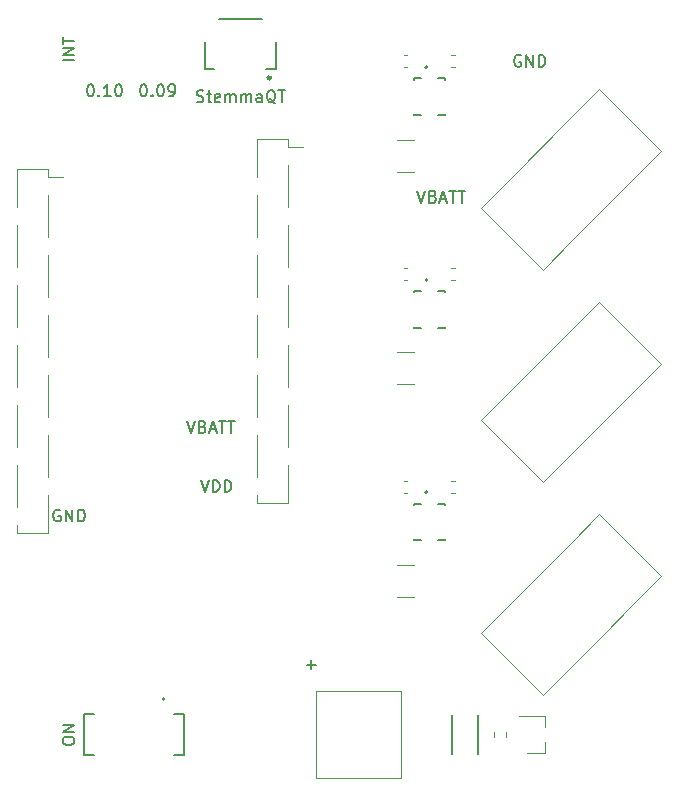
<source format=gbr>
%TF.GenerationSoftware,KiCad,Pcbnew,6.0.10-86aedd382b~118~ubuntu22.04.1*%
%TF.CreationDate,2023-01-01T10:29:27-05:00*%
%TF.ProjectId,project-nrf-princess-dress,70726f6a-6563-4742-9d6e-72662d707269,rev?*%
%TF.SameCoordinates,Original*%
%TF.FileFunction,Legend,Top*%
%TF.FilePolarity,Positive*%
%FSLAX46Y46*%
G04 Gerber Fmt 4.6, Leading zero omitted, Abs format (unit mm)*
G04 Created by KiCad (PCBNEW 6.0.10-86aedd382b~118~ubuntu22.04.1) date 2023-01-01 10:29:27*
%MOMM*%
%LPD*%
G01*
G04 APERTURE LIST*
%ADD10C,0.150000*%
%ADD11C,0.120000*%
%ADD12C,0.127000*%
%ADD13C,0.200000*%
%ADD14C,0.300000*%
G04 APERTURE END LIST*
D10*
X54381904Y-30742380D02*
X54477142Y-30742380D01*
X54572380Y-30790000D01*
X54620000Y-30837619D01*
X54667619Y-30932857D01*
X54715238Y-31123333D01*
X54715238Y-31361428D01*
X54667619Y-31551904D01*
X54620000Y-31647142D01*
X54572380Y-31694761D01*
X54477142Y-31742380D01*
X54381904Y-31742380D01*
X54286666Y-31694761D01*
X54239047Y-31647142D01*
X54191428Y-31551904D01*
X54143809Y-31361428D01*
X54143809Y-31123333D01*
X54191428Y-30932857D01*
X54239047Y-30837619D01*
X54286666Y-30790000D01*
X54381904Y-30742380D01*
X55143809Y-31647142D02*
X55191428Y-31694761D01*
X55143809Y-31742380D01*
X55096190Y-31694761D01*
X55143809Y-31647142D01*
X55143809Y-31742380D01*
X56143809Y-31742380D02*
X55572380Y-31742380D01*
X55858095Y-31742380D02*
X55858095Y-30742380D01*
X55762857Y-30885238D01*
X55667619Y-30980476D01*
X55572380Y-31028095D01*
X56762857Y-30742380D02*
X56858095Y-30742380D01*
X56953333Y-30790000D01*
X57000952Y-30837619D01*
X57048571Y-30932857D01*
X57096190Y-31123333D01*
X57096190Y-31361428D01*
X57048571Y-31551904D01*
X57000952Y-31647142D01*
X56953333Y-31694761D01*
X56858095Y-31742380D01*
X56762857Y-31742380D01*
X56667619Y-31694761D01*
X56620000Y-31647142D01*
X56572380Y-31551904D01*
X56524761Y-31361428D01*
X56524761Y-31123333D01*
X56572380Y-30932857D01*
X56620000Y-30837619D01*
X56667619Y-30790000D01*
X56762857Y-30742380D01*
X58881904Y-30742380D02*
X58977142Y-30742380D01*
X59072380Y-30790000D01*
X59120000Y-30837619D01*
X59167619Y-30932857D01*
X59215238Y-31123333D01*
X59215238Y-31361428D01*
X59167619Y-31551904D01*
X59120000Y-31647142D01*
X59072380Y-31694761D01*
X58977142Y-31742380D01*
X58881904Y-31742380D01*
X58786666Y-31694761D01*
X58739047Y-31647142D01*
X58691428Y-31551904D01*
X58643809Y-31361428D01*
X58643809Y-31123333D01*
X58691428Y-30932857D01*
X58739047Y-30837619D01*
X58786666Y-30790000D01*
X58881904Y-30742380D01*
X59643809Y-31647142D02*
X59691428Y-31694761D01*
X59643809Y-31742380D01*
X59596190Y-31694761D01*
X59643809Y-31647142D01*
X59643809Y-31742380D01*
X60310476Y-30742380D02*
X60405714Y-30742380D01*
X60500952Y-30790000D01*
X60548571Y-30837619D01*
X60596190Y-30932857D01*
X60643809Y-31123333D01*
X60643809Y-31361428D01*
X60596190Y-31551904D01*
X60548571Y-31647142D01*
X60500952Y-31694761D01*
X60405714Y-31742380D01*
X60310476Y-31742380D01*
X60215238Y-31694761D01*
X60167619Y-31647142D01*
X60120000Y-31551904D01*
X60072380Y-31361428D01*
X60072380Y-31123333D01*
X60120000Y-30932857D01*
X60167619Y-30837619D01*
X60215238Y-30790000D01*
X60310476Y-30742380D01*
X61120000Y-31742380D02*
X61310476Y-31742380D01*
X61405714Y-31694761D01*
X61453333Y-31647142D01*
X61548571Y-31504285D01*
X61596190Y-31313809D01*
X61596190Y-30932857D01*
X61548571Y-30837619D01*
X61500952Y-30790000D01*
X61405714Y-30742380D01*
X61215238Y-30742380D01*
X61120000Y-30790000D01*
X61072380Y-30837619D01*
X61024761Y-30932857D01*
X61024761Y-31170952D01*
X61072380Y-31266190D01*
X61120000Y-31313809D01*
X61215238Y-31361428D01*
X61405714Y-31361428D01*
X61500952Y-31313809D01*
X61548571Y-31266190D01*
X61596190Y-31170952D01*
X63429523Y-32194761D02*
X63572380Y-32242380D01*
X63810476Y-32242380D01*
X63905714Y-32194761D01*
X63953333Y-32147142D01*
X64000952Y-32051904D01*
X64000952Y-31956666D01*
X63953333Y-31861428D01*
X63905714Y-31813809D01*
X63810476Y-31766190D01*
X63620000Y-31718571D01*
X63524761Y-31670952D01*
X63477142Y-31623333D01*
X63429523Y-31528095D01*
X63429523Y-31432857D01*
X63477142Y-31337619D01*
X63524761Y-31290000D01*
X63620000Y-31242380D01*
X63858095Y-31242380D01*
X64000952Y-31290000D01*
X64286666Y-31575714D02*
X64667619Y-31575714D01*
X64429523Y-31242380D02*
X64429523Y-32099523D01*
X64477142Y-32194761D01*
X64572380Y-32242380D01*
X64667619Y-32242380D01*
X65381904Y-32194761D02*
X65286666Y-32242380D01*
X65096190Y-32242380D01*
X65000952Y-32194761D01*
X64953333Y-32099523D01*
X64953333Y-31718571D01*
X65000952Y-31623333D01*
X65096190Y-31575714D01*
X65286666Y-31575714D01*
X65381904Y-31623333D01*
X65429523Y-31718571D01*
X65429523Y-31813809D01*
X64953333Y-31909047D01*
X65858095Y-32242380D02*
X65858095Y-31575714D01*
X65858095Y-31670952D02*
X65905714Y-31623333D01*
X66000952Y-31575714D01*
X66143809Y-31575714D01*
X66239047Y-31623333D01*
X66286666Y-31718571D01*
X66286666Y-32242380D01*
X66286666Y-31718571D02*
X66334285Y-31623333D01*
X66429523Y-31575714D01*
X66572380Y-31575714D01*
X66667619Y-31623333D01*
X66715238Y-31718571D01*
X66715238Y-32242380D01*
X67191428Y-32242380D02*
X67191428Y-31575714D01*
X67191428Y-31670952D02*
X67239047Y-31623333D01*
X67334285Y-31575714D01*
X67477142Y-31575714D01*
X67572380Y-31623333D01*
X67620000Y-31718571D01*
X67620000Y-32242380D01*
X67620000Y-31718571D02*
X67667619Y-31623333D01*
X67762857Y-31575714D01*
X67905714Y-31575714D01*
X68000952Y-31623333D01*
X68048571Y-31718571D01*
X68048571Y-32242380D01*
X68953333Y-32242380D02*
X68953333Y-31718571D01*
X68905714Y-31623333D01*
X68810476Y-31575714D01*
X68620000Y-31575714D01*
X68524761Y-31623333D01*
X68953333Y-32194761D02*
X68858095Y-32242380D01*
X68620000Y-32242380D01*
X68524761Y-32194761D01*
X68477142Y-32099523D01*
X68477142Y-32004285D01*
X68524761Y-31909047D01*
X68620000Y-31861428D01*
X68858095Y-31861428D01*
X68953333Y-31813809D01*
X70096190Y-32337619D02*
X70000952Y-32290000D01*
X69905714Y-32194761D01*
X69762857Y-32051904D01*
X69667619Y-32004285D01*
X69572380Y-32004285D01*
X69620000Y-32242380D02*
X69524761Y-32194761D01*
X69429523Y-32099523D01*
X69381904Y-31909047D01*
X69381904Y-31575714D01*
X69429523Y-31385238D01*
X69524761Y-31290000D01*
X69620000Y-31242380D01*
X69810476Y-31242380D01*
X69905714Y-31290000D01*
X70000952Y-31385238D01*
X70048571Y-31575714D01*
X70048571Y-31909047D01*
X70000952Y-32099523D01*
X69905714Y-32194761D01*
X69810476Y-32242380D01*
X69620000Y-32242380D01*
X70334285Y-31242380D02*
X70905714Y-31242380D01*
X70620000Y-32242380D02*
X70620000Y-31242380D01*
X53072380Y-28694761D02*
X52072380Y-28694761D01*
X53072380Y-28218571D02*
X52072380Y-28218571D01*
X53072380Y-27647142D01*
X52072380Y-27647142D01*
X52072380Y-27313809D02*
X52072380Y-26742380D01*
X53072380Y-27028095D02*
X52072380Y-27028095D01*
X62596190Y-59242380D02*
X62929523Y-60242380D01*
X63262857Y-59242380D01*
X63929523Y-59718571D02*
X64072380Y-59766190D01*
X64120000Y-59813809D01*
X64167619Y-59909047D01*
X64167619Y-60051904D01*
X64120000Y-60147142D01*
X64072380Y-60194761D01*
X63977142Y-60242380D01*
X63596190Y-60242380D01*
X63596190Y-59242380D01*
X63929523Y-59242380D01*
X64024761Y-59290000D01*
X64072380Y-59337619D01*
X64120000Y-59432857D01*
X64120000Y-59528095D01*
X64072380Y-59623333D01*
X64024761Y-59670952D01*
X63929523Y-59718571D01*
X63596190Y-59718571D01*
X64548571Y-59956666D02*
X65024761Y-59956666D01*
X64453333Y-60242380D02*
X64786666Y-59242380D01*
X65120000Y-60242380D01*
X65310476Y-59242380D02*
X65881904Y-59242380D01*
X65596190Y-60242380D02*
X65596190Y-59242380D01*
X66072380Y-59242380D02*
X66643809Y-59242380D01*
X66358095Y-60242380D02*
X66358095Y-59242380D01*
X51858095Y-66790000D02*
X51762857Y-66742380D01*
X51620000Y-66742380D01*
X51477142Y-66790000D01*
X51381904Y-66885238D01*
X51334285Y-66980476D01*
X51286666Y-67170952D01*
X51286666Y-67313809D01*
X51334285Y-67504285D01*
X51381904Y-67599523D01*
X51477142Y-67694761D01*
X51620000Y-67742380D01*
X51715238Y-67742380D01*
X51858095Y-67694761D01*
X51905714Y-67647142D01*
X51905714Y-67313809D01*
X51715238Y-67313809D01*
X52334285Y-67742380D02*
X52334285Y-66742380D01*
X52905714Y-67742380D01*
X52905714Y-66742380D01*
X53381904Y-67742380D02*
X53381904Y-66742380D01*
X53620000Y-66742380D01*
X53762857Y-66790000D01*
X53858095Y-66885238D01*
X53905714Y-66980476D01*
X53953333Y-67170952D01*
X53953333Y-67313809D01*
X53905714Y-67504285D01*
X53858095Y-67599523D01*
X53762857Y-67694761D01*
X53620000Y-67742380D01*
X53381904Y-67742380D01*
X63786666Y-64242380D02*
X64120000Y-65242380D01*
X64453333Y-64242380D01*
X64786666Y-65242380D02*
X64786666Y-64242380D01*
X65024761Y-64242380D01*
X65167619Y-64290000D01*
X65262857Y-64385238D01*
X65310476Y-64480476D01*
X65358095Y-64670952D01*
X65358095Y-64813809D01*
X65310476Y-65004285D01*
X65262857Y-65099523D01*
X65167619Y-65194761D01*
X65024761Y-65242380D01*
X64786666Y-65242380D01*
X65786666Y-65242380D02*
X65786666Y-64242380D01*
X66024761Y-64242380D01*
X66167619Y-64290000D01*
X66262857Y-64385238D01*
X66310476Y-64480476D01*
X66358095Y-64670952D01*
X66358095Y-64813809D01*
X66310476Y-65004285D01*
X66262857Y-65099523D01*
X66167619Y-65194761D01*
X66024761Y-65242380D01*
X65786666Y-65242380D01*
X72739047Y-79861428D02*
X73500952Y-79861428D01*
X73120000Y-80242380D02*
X73120000Y-79480476D01*
X90858095Y-28290000D02*
X90762857Y-28242380D01*
X90620000Y-28242380D01*
X90477142Y-28290000D01*
X90381904Y-28385238D01*
X90334285Y-28480476D01*
X90286666Y-28670952D01*
X90286666Y-28813809D01*
X90334285Y-29004285D01*
X90381904Y-29099523D01*
X90477142Y-29194761D01*
X90620000Y-29242380D01*
X90715238Y-29242380D01*
X90858095Y-29194761D01*
X90905714Y-29147142D01*
X90905714Y-28813809D01*
X90715238Y-28813809D01*
X91334285Y-29242380D02*
X91334285Y-28242380D01*
X91905714Y-29242380D01*
X91905714Y-28242380D01*
X92381904Y-29242380D02*
X92381904Y-28242380D01*
X92620000Y-28242380D01*
X92762857Y-28290000D01*
X92858095Y-28385238D01*
X92905714Y-28480476D01*
X92953333Y-28670952D01*
X92953333Y-28813809D01*
X92905714Y-29004285D01*
X92858095Y-29099523D01*
X92762857Y-29194761D01*
X92620000Y-29242380D01*
X92381904Y-29242380D01*
X82096190Y-39742380D02*
X82429523Y-40742380D01*
X82762857Y-39742380D01*
X83429523Y-40218571D02*
X83572380Y-40266190D01*
X83620000Y-40313809D01*
X83667619Y-40409047D01*
X83667619Y-40551904D01*
X83620000Y-40647142D01*
X83572380Y-40694761D01*
X83477142Y-40742380D01*
X83096190Y-40742380D01*
X83096190Y-39742380D01*
X83429523Y-39742380D01*
X83524761Y-39790000D01*
X83572380Y-39837619D01*
X83620000Y-39932857D01*
X83620000Y-40028095D01*
X83572380Y-40123333D01*
X83524761Y-40170952D01*
X83429523Y-40218571D01*
X83096190Y-40218571D01*
X84048571Y-40456666D02*
X84524761Y-40456666D01*
X83953333Y-40742380D02*
X84286666Y-39742380D01*
X84620000Y-40742380D01*
X84810476Y-39742380D02*
X85381904Y-39742380D01*
X85096190Y-40742380D02*
X85096190Y-39742380D01*
X85572380Y-39742380D02*
X86143809Y-39742380D01*
X85858095Y-40742380D02*
X85858095Y-39742380D01*
X52072380Y-86409047D02*
X52072380Y-86218571D01*
X52120000Y-86123333D01*
X52215238Y-86028095D01*
X52405714Y-85980476D01*
X52739047Y-85980476D01*
X52929523Y-86028095D01*
X53024761Y-86123333D01*
X53072380Y-86218571D01*
X53072380Y-86409047D01*
X53024761Y-86504285D01*
X52929523Y-86599523D01*
X52739047Y-86647142D01*
X52405714Y-86647142D01*
X52215238Y-86599523D01*
X52120000Y-86504285D01*
X52072380Y-86409047D01*
X53072380Y-85551904D02*
X52072380Y-85551904D01*
X53072380Y-84980476D01*
X52072380Y-84980476D01*
D11*
%TO.C,J7*%
X100281880Y-74860711D02*
X97736295Y-77406295D01*
X97524163Y-67153247D02*
X102756753Y-72385837D01*
X89958120Y-74719289D02*
X95049289Y-69628120D01*
X92715837Y-82426753D02*
X87483247Y-77194163D01*
X97736295Y-77406295D02*
X95190711Y-79951880D01*
X102756753Y-72385837D02*
X100281880Y-74860711D01*
X95190711Y-79951880D02*
X92715837Y-82426753D01*
X87483247Y-77194163D02*
X89958120Y-74719289D01*
X95049289Y-69628120D02*
X97524163Y-67153247D01*
%TO.C,J4*%
X100281880Y-56860711D02*
X97736295Y-59406295D01*
X97524163Y-49153247D02*
X102756753Y-54385837D01*
X89958120Y-56719289D02*
X95049289Y-51628120D01*
X92715837Y-64426753D02*
X87483247Y-59194163D01*
X97736295Y-59406295D02*
X95190711Y-61951880D01*
X102756753Y-54385837D02*
X100281880Y-56860711D01*
X95190711Y-61951880D02*
X92715837Y-64426753D01*
X87483247Y-59194163D02*
X89958120Y-56719289D01*
X95049289Y-51628120D02*
X97524163Y-49153247D01*
%TO.C,J2*%
X100281880Y-38860711D02*
X97736295Y-41406295D01*
X97524163Y-31153247D02*
X102756753Y-36385837D01*
X89958120Y-38719289D02*
X95049289Y-33628120D01*
X92715837Y-46426753D02*
X87483247Y-41194163D01*
X97736295Y-41406295D02*
X95190711Y-43951880D01*
X102756753Y-36385837D02*
X100281880Y-38860711D01*
X95190711Y-43951880D02*
X92715837Y-46426753D01*
X87483247Y-41194163D02*
X89958120Y-38719289D01*
X95049289Y-33628120D02*
X97524163Y-31153247D01*
D12*
%TO.C,U3*%
X81820000Y-66240000D02*
X81820000Y-66335000D01*
X81820000Y-69340000D02*
X81820000Y-69245000D01*
X84420000Y-66240000D02*
X84420000Y-66335000D01*
X84420000Y-69340000D02*
X84420000Y-69245000D01*
X81820000Y-66240000D02*
X82415000Y-66240000D01*
X81820000Y-69340000D02*
X82415000Y-69340000D01*
X84420000Y-66240000D02*
X83825000Y-66240000D01*
X84420000Y-69340000D02*
X83825000Y-69340000D01*
D13*
X82970000Y-65290000D02*
G75*
G03*
X82970000Y-65290000I-100000J0D01*
G01*
D12*
%TO.C,U2*%
X81820000Y-48240000D02*
X81820000Y-48335000D01*
X81820000Y-51340000D02*
X81820000Y-51245000D01*
X84420000Y-48240000D02*
X84420000Y-48335000D01*
X84420000Y-51340000D02*
X84420000Y-51245000D01*
X81820000Y-48240000D02*
X82415000Y-48240000D01*
X81820000Y-51340000D02*
X82415000Y-51340000D01*
X84420000Y-48240000D02*
X83825000Y-48240000D01*
X84420000Y-51340000D02*
X83825000Y-51340000D01*
D13*
X82970000Y-47290000D02*
G75*
G03*
X82970000Y-47290000I-100000J0D01*
G01*
D12*
%TO.C,U1*%
X81820000Y-30240000D02*
X81820000Y-30335000D01*
X81820000Y-33340000D02*
X81820000Y-33245000D01*
X84420000Y-30240000D02*
X84420000Y-30335000D01*
X84420000Y-33340000D02*
X84420000Y-33245000D01*
X81820000Y-30240000D02*
X82415000Y-30240000D01*
X81820000Y-33340000D02*
X82415000Y-33340000D01*
X84420000Y-30240000D02*
X83825000Y-30240000D01*
X84420000Y-33340000D02*
X83825000Y-33340000D01*
D13*
X82970000Y-29290000D02*
G75*
G03*
X82970000Y-29290000I-100000J0D01*
G01*
%TO.C,S1*%
X60720000Y-82790000D02*
G75*
G03*
X60720000Y-82790000I-100000J0D01*
G01*
D12*
X62370000Y-84040000D02*
X62370000Y-87540000D01*
X53870000Y-87540000D02*
X53870000Y-84040000D01*
X53870000Y-84040000D02*
X54700000Y-84040000D01*
X61540000Y-84040000D02*
X62370000Y-84040000D01*
X54700000Y-87540000D02*
X53870000Y-87540000D01*
X62370000Y-87540000D02*
X61540000Y-87540000D01*
D11*
%TO.C,R2*%
X88597500Y-86027258D02*
X88597500Y-85552742D01*
X89642500Y-86027258D02*
X89642500Y-85552742D01*
D12*
%TO.C,R1*%
X85030000Y-84160000D02*
X85030000Y-87420000D01*
X87210000Y-84160000D02*
X87210000Y-87420000D01*
D11*
%TO.C,Q1*%
X92880000Y-87370000D02*
X92880000Y-86440000D01*
X92880000Y-84210000D02*
X92880000Y-85140000D01*
X92880000Y-84210000D02*
X90720000Y-84210000D01*
X92880000Y-87370000D02*
X91420000Y-87370000D01*
D12*
%TO.C,J8*%
X68920000Y-25215000D02*
X65320000Y-25215000D01*
X64120000Y-29465000D02*
X64120000Y-27190000D01*
X64920000Y-29465000D02*
X64120000Y-29465000D01*
X70120000Y-29465000D02*
X70120000Y-27190000D01*
X69320000Y-29465000D02*
X70120000Y-29465000D01*
D14*
X69670000Y-30175000D02*
G75*
G03*
X69670000Y-30175000I-100000J0D01*
G01*
D11*
%TO.C,J5*%
X68520000Y-35360000D02*
X71180000Y-35360000D01*
X71180000Y-35360000D02*
X71180000Y-36030000D01*
X71180000Y-37550000D02*
X71180000Y-41110000D01*
X71180000Y-42630000D02*
X71180000Y-46190000D01*
X71180000Y-47710000D02*
X71180000Y-51270000D01*
X71180000Y-52790000D02*
X71180000Y-56350000D01*
X71180000Y-57870000D02*
X71180000Y-61430000D01*
X71180000Y-62950000D02*
X71180000Y-66160000D01*
X68520000Y-66160000D02*
X71180000Y-66160000D01*
X68520000Y-35360000D02*
X68520000Y-38570000D01*
X68520000Y-40090000D02*
X68520000Y-43650000D01*
X68520000Y-45170000D02*
X68520000Y-48730000D01*
X68520000Y-50250000D02*
X68520000Y-53810000D01*
X68520000Y-55330000D02*
X68520000Y-58890000D01*
X68520000Y-60410000D02*
X68520000Y-63970000D01*
X68520000Y-65490000D02*
X68520000Y-66160000D01*
X71180000Y-36030000D02*
X72390000Y-36030000D01*
%TO.C,J3*%
X48200000Y-37900000D02*
X50860000Y-37900000D01*
X50860000Y-37900000D02*
X50860000Y-38570000D01*
X50860000Y-40090000D02*
X50860000Y-43650000D01*
X50860000Y-45170000D02*
X50860000Y-48730000D01*
X50860000Y-50250000D02*
X50860000Y-53810000D01*
X50860000Y-55330000D02*
X50860000Y-58890000D01*
X50860000Y-60410000D02*
X50860000Y-63970000D01*
X50860000Y-65490000D02*
X50860000Y-68700000D01*
X48200000Y-68700000D02*
X50860000Y-68700000D01*
X48200000Y-37900000D02*
X48200000Y-41110000D01*
X48200000Y-42630000D02*
X48200000Y-46190000D01*
X48200000Y-47710000D02*
X48200000Y-51270000D01*
X48200000Y-52790000D02*
X48200000Y-56350000D01*
X48200000Y-57870000D02*
X48200000Y-61430000D01*
X48200000Y-62950000D02*
X48200000Y-66510000D01*
X48200000Y-68030000D02*
X48200000Y-68700000D01*
X50860000Y-38570000D02*
X52070000Y-38570000D01*
%TO.C,J1*%
X77120000Y-89490000D02*
X73520000Y-89490000D01*
X73520000Y-89490000D02*
X73520000Y-82090000D01*
X73520000Y-82090000D02*
X80720000Y-82090000D01*
X80720000Y-82090000D02*
X80720000Y-89490000D01*
X80720000Y-89490000D02*
X77120000Y-89490000D01*
%TO.C,C9*%
X81831252Y-74150000D02*
X80408748Y-74150000D01*
X81831252Y-71430000D02*
X80408748Y-71430000D01*
%TO.C,C8*%
X84979420Y-64280000D02*
X85260580Y-64280000D01*
X84979420Y-65300000D02*
X85260580Y-65300000D01*
%TO.C,C7*%
X81260580Y-65300000D02*
X80979420Y-65300000D01*
X81260580Y-64280000D02*
X80979420Y-64280000D01*
%TO.C,C6*%
X81831252Y-56150000D02*
X80408748Y-56150000D01*
X81831252Y-53430000D02*
X80408748Y-53430000D01*
%TO.C,C5*%
X84979420Y-46280000D02*
X85260580Y-46280000D01*
X84979420Y-47300000D02*
X85260580Y-47300000D01*
%TO.C,C4*%
X81260580Y-47300000D02*
X80979420Y-47300000D01*
X81260580Y-46280000D02*
X80979420Y-46280000D01*
%TO.C,C3*%
X81831252Y-38150000D02*
X80408748Y-38150000D01*
X81831252Y-35430000D02*
X80408748Y-35430000D01*
%TO.C,C2*%
X84979420Y-28280000D02*
X85260580Y-28280000D01*
X84979420Y-29300000D02*
X85260580Y-29300000D01*
%TO.C,C1*%
X81260580Y-29300000D02*
X80979420Y-29300000D01*
X81260580Y-28280000D02*
X80979420Y-28280000D01*
%TD*%
M02*

</source>
